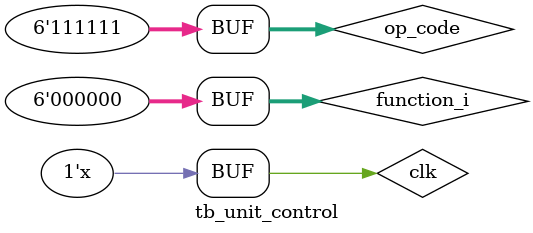
<source format=v>
`define R_TYPE_OPCODE   'b000000   //R-type instructions operations maps to RTYPE_ALUCODE
`define LB_OPCODE       'b100000   //I-type instructions opcodes
`define LH_OPCODE       'b100001   //Loads/stores/Addi maps to LOAD_STORE_ADDI_ALUCODE
`define LW_OPCODE       6'b100011
`define LWU_OPCODE      'b100111
`define LBU_OPCODE      'b100100
`define LHU_OPCODE      'b100101
`define SB_OPCODE       'b101000
`define SH_OPCODE       'b101001
`define SW_OPCODE       'b101011
`define ADDI_OPCODE     'b001000
`define ANDI_OPCODE     'b001100    //maps to ANDI_ALUCODE in Control module
`define ORI_OPCODE      'b001101    //maps to ORI_ALUCODE
`define XORI_OPCODE     'b001110    //maps to XORI_ALUCODE
`define LUI_OPCODE      'b001111    //maps to LUI_ALUCODE
`define SLTI_OPCODE     'b001010    //maps to BRANCH_ALUCODE
`define BEQ_OPCODE      'b000100        
`define BNE_OPCODE      'b000101
`define J_OPCODE        'b000010   //J-type instructions opcodes, do not map to any alu operation since alu module is not used
`define JAL_OPCODE      'b000011   
`define HALT_OPCODE     6'b111111
module tb_unit_control;

    
   parameter N_BITS_OP   = 6;
   parameter NB_EX_CTRL  = 7;
   parameter NB_MEM_CTRL = 6;
   parameter NB_WB_CTRL  = 3;
   
	reg [N_BITS_OP-1:0] op_code, function_i;
      
   
   reg clk;
    wire [1:0] pc_src_o;
    wire [N_BITS_OP-1:0] op_code_o;
    wire beq_o, bne_o, jump_o, halt_detected_o;
    wire [NB_EX_CTRL-1:0] EX_control_o;
    wire [NB_MEM_CTRL-1:0] M_control_o; 
    wire [NB_WB_CTRL-1:0] WB_control_o;


	initial

        begin   
        
        #0          
           clk  = 0;
           op_code = 0;
           function_i = 0;
           /*           
        #10
        	op_code = `R_TYPE_OPCODE;
        #10
        	op_code = `LB_OPCODE;
        #10
        	op_code = `LH_OPCODE;*/
        #10
        	op_code = `LW_OPCODE;

         #10
         op_code = `HALT_OPCODE;
 
         /*
        #10
        	op_code = `LWU_OPCODE;
        #10
        	op_code = `LHU_OPCODE;

        #10
        	op_code = `SB_OPCODE;
        #10
        	op_code = `SH_OPCODE;
        #10
        	op_code = `SW_OPCODE;
        #10
        	op_code = `ADDI_OPCODE;
        #10
        	op_code = `ANDI_OPCODE;
        #10
        	op_code = `ORI_OPCODE;

        #10
        	op_code = `XORI_OPCODE;
        #10
        	op_code = `LUI_OPCODE;
        #10
        	op_code = `SLTI_OPCODE;
        #10
        	op_code = `BEQ_OPCODE;
        #10
        	op_code = `BNE_OPCODE;
        #10
        	op_code = `J_OPCODE;
        #10
        	op_code = `JAL_OPCODE;

      */
    end
        unit_control test_unit_control
        (
        	.op_code_i (op_code),
         .pc_src_o       (pc_src_o),
         .op_code_o      (op_code_o),
         .M_control_o    (M_control_o),
         .EX_control_o   (EX_control_o),
         .WB_control_o   (WB_control_o),
         .function_i     (function_i),
         .halt_detected_o(halt_detected_o),

         .beq_o              (beq_o),
        .bne_o              (bne_o),
        .jump_o             (jump_o)
        );



	always
        begin
	       #(10) clk = ~clk;
	   end
		

endmodule 
</source>
